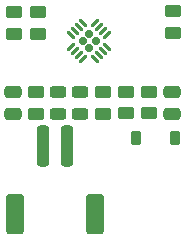
<source format=gbr>
%TF.GenerationSoftware,KiCad,Pcbnew,7.0.2-0*%
%TF.CreationDate,2023-05-31T14:29:30-07:00*%
%TF.ProjectId,SolaraCell,536f6c61-7261-4436-956c-6c2e6b696361,rev?*%
%TF.SameCoordinates,Original*%
%TF.FileFunction,Paste,Top*%
%TF.FilePolarity,Positive*%
%FSLAX46Y46*%
G04 Gerber Fmt 4.6, Leading zero omitted, Abs format (unit mm)*
G04 Created by KiCad (PCBNEW 7.0.2-0) date 2023-05-31 14:29:30*
%MOMM*%
%LPD*%
G01*
G04 APERTURE LIST*
G04 Aperture macros list*
%AMRoundRect*
0 Rectangle with rounded corners*
0 $1 Rounding radius*
0 $2 $3 $4 $5 $6 $7 $8 $9 X,Y pos of 4 corners*
0 Add a 4 corners polygon primitive as box body*
4,1,4,$2,$3,$4,$5,$6,$7,$8,$9,$2,$3,0*
0 Add four circle primitives for the rounded corners*
1,1,$1+$1,$2,$3*
1,1,$1+$1,$4,$5*
1,1,$1+$1,$6,$7*
1,1,$1+$1,$8,$9*
0 Add four rect primitives between the rounded corners*
20,1,$1+$1,$2,$3,$4,$5,0*
20,1,$1+$1,$4,$5,$6,$7,0*
20,1,$1+$1,$6,$7,$8,$9,0*
20,1,$1+$1,$8,$9,$2,$3,0*%
G04 Aperture macros list end*
%ADD10RoundRect,0.250000X0.475000X-0.250000X0.475000X0.250000X-0.475000X0.250000X-0.475000X-0.250000X0*%
%ADD11RoundRect,0.250000X-0.250000X-1.500000X0.250000X-1.500000X0.250000X1.500000X-0.250000X1.500000X0*%
%ADD12RoundRect,0.250001X-0.499999X-1.449999X0.499999X-1.449999X0.499999X1.449999X-0.499999X1.449999X0*%
%ADD13RoundRect,0.250000X0.450000X-0.262500X0.450000X0.262500X-0.450000X0.262500X-0.450000X-0.262500X0*%
%ADD14RoundRect,0.243750X-0.456250X0.243750X-0.456250X-0.243750X0.456250X-0.243750X0.456250X0.243750X0*%
%ADD15RoundRect,0.250000X-0.450000X0.262500X-0.450000X-0.262500X0.450000X-0.262500X0.450000X0.262500X0*%
%ADD16RoundRect,0.225000X0.225000X0.375000X-0.225000X0.375000X-0.225000X-0.375000X0.225000X-0.375000X0*%
%ADD17RoundRect,0.160000X0.000000X0.226274X-0.226274X0.000000X0.000000X-0.226274X0.226274X0.000000X0*%
%ADD18RoundRect,0.062500X0.220971X0.309359X-0.309359X-0.220971X-0.220971X-0.309359X0.309359X0.220971X0*%
%ADD19RoundRect,0.062500X-0.220971X0.309359X-0.309359X0.220971X0.220971X-0.309359X0.309359X-0.220971X0*%
G04 APERTURE END LIST*
D10*
%TO.C,C2*%
X122809065Y-69333653D03*
X122809065Y-67433653D03*
%TD*%
D11*
%TO.C,J2*%
X125368723Y-72046633D03*
X127368723Y-72046633D03*
D12*
X123018723Y-77796633D03*
X129718723Y-77796633D03*
%TD*%
D13*
%TO.C,R4*%
X132383939Y-69269356D03*
X132383939Y-67444356D03*
%TD*%
D14*
%TO.C,D3*%
X126581534Y-67424529D03*
X126581534Y-69299529D03*
%TD*%
D15*
%TO.C,R8*%
X134302159Y-67437851D03*
X134302159Y-69262851D03*
%TD*%
%TO.C,R3*%
X124774476Y-67449529D03*
X124774476Y-69274529D03*
%TD*%
%TO.C,R2*%
X130416986Y-67458653D03*
X130416986Y-69283653D03*
%TD*%
D10*
%TO.C,C1*%
X136255278Y-69347487D03*
X136255278Y-67447487D03*
%TD*%
D14*
%TO.C,D2*%
X128511986Y-67433653D03*
X128511986Y-69308653D03*
%TD*%
D16*
%TO.C,D1*%
X136559234Y-71358777D03*
X133259234Y-71358777D03*
%TD*%
D17*
%TO.C,U1*%
X129828889Y-63141796D03*
X129263204Y-62576111D03*
X129263204Y-63707481D03*
X128697519Y-63141796D03*
D18*
X130810000Y-62655660D03*
X130456447Y-62302107D03*
X130102893Y-61948553D03*
X129749340Y-61595000D03*
D19*
X128777068Y-61595000D03*
X128423515Y-61948553D03*
X128069961Y-62302107D03*
X127716408Y-62655660D03*
D18*
X127716408Y-63627932D03*
X128069961Y-63981485D03*
X128423515Y-64335039D03*
X128777068Y-64688592D03*
D19*
X129749340Y-64688592D03*
X130102893Y-64335039D03*
X130456447Y-63981485D03*
X130810000Y-63627932D03*
%TD*%
D13*
%TO.C,R1*%
X136372600Y-62456700D03*
X136372600Y-60631700D03*
%TD*%
%TO.C,R5*%
X124968000Y-62507500D03*
X124968000Y-60682500D03*
%TD*%
D15*
%TO.C,R6*%
X122936000Y-60682500D03*
X122936000Y-62507500D03*
%TD*%
M02*

</source>
